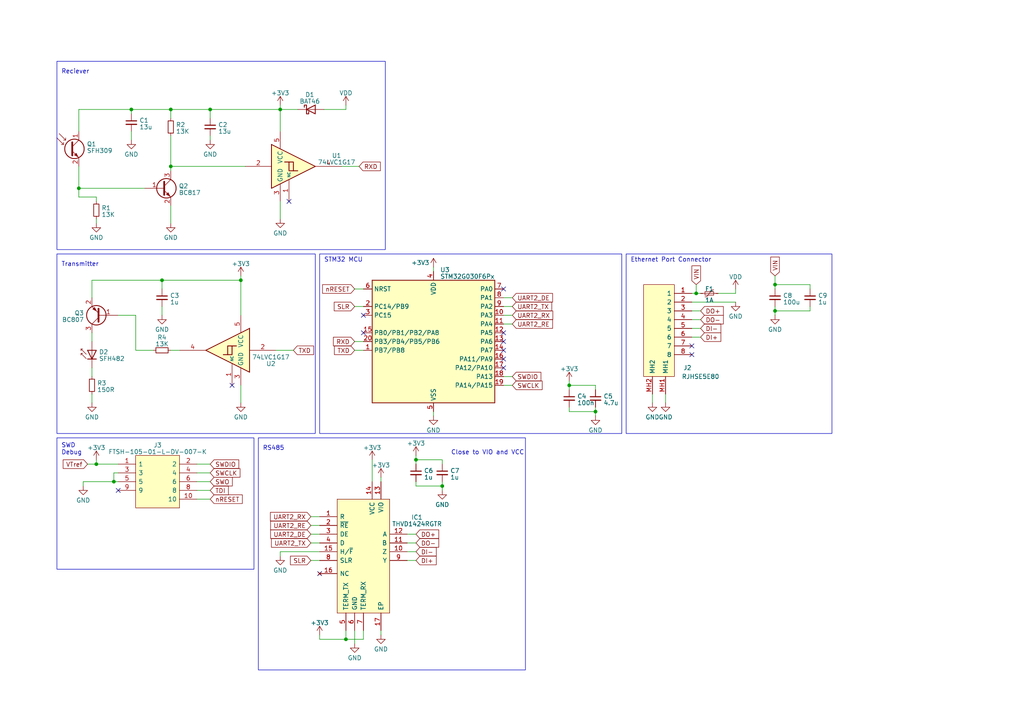
<source format=kicad_sch>
(kicad_sch (version 20230121) (generator eeschema)
  (paper "A4")
  (lib_symbols
    (symbol "74xGxx:74LVC1G17"
      (property "Reference" "U" (at 2.54 7.62 0))
      (property "Value" "74LVC1G17" (at 5.08 -7.62 0))
      (symbol "74LVC1G17_0_1"
        (polyline (pts (xy -2.54 1.27) (xy -1.27 1.27) (xy -1.27 -1.27)) (stroke (width 0.254)) (fill (type background)))
        (polyline (pts (xy -7.62 6.35) (xy -7.62 -6.35) (xy 5.08 0) (xy -7.62 6.35)) (stroke (width 0.254)) (fill (type background)))
        (polyline (pts (xy -3.81 1.27) (xy -2.54 1.27) (xy -2.54 -1.27) (xy 0 -1.27)) (stroke (width 0.254)) (fill (type background)))
      )
      (symbol "74LVC1G17_1_1"
        (pin free line (at -2.54 -10.16 90) (length 6.35) (name "NC") (number "1"))
        (pin input line (at -15.24 0 0) (length 7.62) (name "~") (number "2"))
        (pin power_in line (at -5.08 -10.16 90) (length 5.08) (name "GND") (number "3"))
        (pin output line (at 12.7 0 180) (length 7.62) (name "~") (number "4"))
        (pin power_in line (at -5.08 10.16 270) (length 5.08) (name "VCC") (number "5"))
      )
    )
    (symbol "Device:C_Small" (pin_numbers hide) (pin_names (offset 0.254) hide)
      (property "Reference" "C" (at 0.254 1.778 0))
      (property "Value" "C_Small" (at 0.254 -2.032 0))
      (symbol "C_Small_0_1"
        (polyline (pts (xy -1.524 -0.508) (xy 1.524 -0.508)) (stroke (width 0.3302)))
        (polyline (pts (xy -1.524 0.508) (xy 1.524 0.508)) (stroke (width 0.3048)))
      )
      (symbol "C_Small_1_1"
        (pin passive line (at 0 2.54 270) (length 2.032) (name "~") (number "1"))
        (pin passive line (at 0 -2.54 90) (length 2.032) (name "~") (number "2"))
      )
    )
    (symbol "Device:Polyfuse_Small" (pin_numbers hide) (pin_names (offset 0))
      (property "Reference" "F" (at -1.905 0 90))
      (property "Value" "Polyfuse_Small" (at 1.905 0 90))
      (symbol "Polyfuse_Small_0_1"
        (rectangle (start -0.508 1.27) (end 0.508 -1.27))
        (polyline (pts (xy 0 2.54) (xy 0 -2.54)))
        (polyline (pts (xy -1.016 1.27) (xy -1.016 0.762) (xy 1.016 -0.762) (xy 1.016 -1.27)))
      )
      (symbol "Polyfuse_Small_1_1"
        (pin passive line (at 0 2.54 270) (length 0.635) (name "~") (number "1"))
        (pin passive line (at 0 -2.54 90) (length 0.635) (name "~") (number "2"))
      )
    )
    (symbol "Device:R_Small" (pin_numbers hide) (pin_names (offset 0.254) hide)
      (property "Reference" "R" (at 0.762 0.508 0))
      (property "Value" "R_Small" (at 0.762 -1.016 0))
      (symbol "R_Small_0_1"
        (rectangle (start -0.762 1.778) (end 0.762 -1.778) (stroke (width 0.2032)))
      )
      (symbol "R_Small_1_1"
        (pin passive line (at 0 2.54 270) (length 0.762) (name "~") (number "1"))
        (pin passive line (at 0 -2.54 90) (length 0.762) (name "~") (number "2"))
      )
    )
    (symbol "Diode:BAT46" (pin_numbers hide) (pin_names (offset 1.016) hide)
      (property "Reference" "D" (at 0 2.54 0))
      (property "Value" "BAT46" (at 0 -2.54 0))
      (symbol "BAT46_0_1"
        (polyline (pts (xy 1.27 0) (xy -1.27 0)))
        (polyline (pts (xy 1.27 1.27) (xy 1.27 -1.27) (xy -1.27 0) (xy 1.27 1.27)) (stroke (width 0.254)))
        (polyline (pts (xy -1.905 0.635) (xy -1.905 1.27) (xy -1.27 1.27) (xy -1.27 -1.27) (xy -0.635 -1.27) (xy -0.635 -0.635)) (stroke (width 0.254)))
      )
      (symbol "BAT46_1_1"
        (pin passive line (at -3.81 0 0) (length 2.54) (name "K") (number "1"))
        (pin passive line (at 3.81 0 180) (length 2.54) (name "A") (number "2"))
      )
    )
    (symbol "LED:SFH482" (pin_numbers hide) (pin_names (offset 1.016) hide)
      (property "Reference" "D" (at 0.508 1.778 0))
      (property "Value" "SFH482" (at -1.016 -2.794 0))
      (symbol "SFH482_0_1"
        (polyline (pts (xy -2.54 1.27) (xy -2.54 -1.27)) (stroke (width 0.254)))
        (polyline (pts (xy 0 0) (xy -2.54 0)))
        (polyline (pts (xy 0.381 3.175) (xy -0.127 3.175)))
        (polyline (pts (xy -1.143 1.651) (xy 0.381 3.175) (xy 0.381 2.667)))
        (polyline (pts (xy 0 1.27) (xy 0 -1.27) (xy -2.54 0) (xy 0 1.27)) (stroke (width 0.254)))
        (polyline (pts (xy -2.413 1.651) (xy -0.889 3.175) (xy -0.889 2.667) (xy -0.889 3.175) (xy -1.397 3.175)))
      )
      (symbol "SFH482_1_1"
        (pin passive line (at -5.08 0 0) (length 2.54) (name "K") (number "1"))
        (pin passive line (at 2.54 0 180) (length 2.54) (name "A") (number "2"))
      )
    )
    (symbol "MCU_ST_STM32G0:STM32G030F6Px"
      (property "Reference" "U" (at -17.78 19.05 0))
      (property "Value" "STM32G030F6Px" (at 2.54 19.05 0))
      (symbol "STM32G030F6Px_0_1"
        (rectangle (start -17.78 -17.78) (end 17.78 17.78) (stroke (width 0.254)) (fill (type background)))
      )
      (symbol "STM32G030F6Px_1_1"
        (pin bidirectional line (at -20.32 -2.54 0) (length 2.54) (name "PB7/PB8") (number "1"))
        (pin bidirectional line (at 20.32 7.62 180) (length 2.54) (name "PA3") (number "10"))
        (pin bidirectional line (at 20.32 5.08 180) (length 2.54) (name "PA4") (number "11"))
        (pin bidirectional line (at 20.32 2.54 180) (length 2.54) (name "PA5") (number "12"))
        (pin bidirectional line (at 20.32 0 180) (length 2.54) (name "PA6") (number "13"))
        (pin bidirectional line (at 20.32 -2.54 180) (length 2.54) (name "PA7") (number "14"))
        (pin bidirectional line (at -20.32 2.54 0) (length 2.54) (name "PB0/PB1/PB2/PA8") (number "15"))
        (pin bidirectional line (at 20.32 -5.08 180) (length 2.54) (name "PA11/PA9") (number "16"))
        (pin bidirectional line (at 20.32 -7.62 180) (length 2.54) (name "PA12/PA10") (number "17"))
        (pin bidirectional line (at 20.32 -10.16 180) (length 2.54) (name "PA13") (number "18"))
        (pin bidirectional line (at 20.32 -12.7 180) (length 2.54) (name "PA14/PA15") (number "19"))
        (pin bidirectional line (at -20.32 10.16 0) (length 2.54) (name "PC14/PB9") (number "2"))
        (pin bidirectional line (at -20.32 0 0) (length 2.54) (name "PB3/PB4/PB5/PB6") (number "20"))
        (pin bidirectional line (at -20.32 7.62 0) (length 2.54) (name "PC15") (number "3"))
        (pin power_in line (at 0 20.32 270) (length 2.54) (name "VDD") (number "4"))
        (pin power_in line (at 0 -20.32 90) (length 2.54) (name "VSS") (number "5"))
        (pin input line (at -20.32 15.24 0) (length 2.54) (name "NRST") (number "6"))
        (pin bidirectional line (at 20.32 15.24 180) (length 2.54) (name "PA0") (number "7"))
        (pin bidirectional line (at 20.32 12.7 180) (length 2.54) (name "PA1") (number "8"))
        (pin bidirectional line (at 20.32 10.16 180) (length 2.54) (name "PA2") (number "9"))
      )
    )
    (symbol "SamacSys_Parts:FTSH-105-01-L-DV-007-K" (pin_names (offset 0.762))
      (property "Reference" "J" (at 19.05 7.62 0))
      (property "Value" "FTSH-105-01-L-DV-007-K" (at 19.05 5.08 0))
      (symbol "FTSH-105-01-L-DV-007-K_0_0"
        (pin passive line (at 0 0 0) (length 5.08) (name "1") (number "1"))
        (pin passive line (at 22.86 -10.16 180) (length 5.08) (name "10") (number "10"))
        (pin passive line (at 22.86 0 180) (length 5.08) (name "2") (number "2"))
        (pin passive line (at 0 -2.54 0) (length 5.08) (name "3") (number "3"))
        (pin passive line (at 22.86 -2.54 180) (length 5.08) (name "4") (number "4"))
        (pin passive line (at 0 -5.08 0) (length 5.08) (name "5") (number "5"))
        (pin passive line (at 22.86 -5.08 180) (length 5.08) (name "6") (number "6"))
        (pin passive line (at 22.86 -7.62 180) (length 5.08) (name "8") (number "8"))
        (pin passive line (at 0 -7.62 0) (length 5.08) (name "9") (number "9"))
      )
      (symbol "FTSH-105-01-L-DV-007-K_0_1"
        (polyline (pts (xy 5.08 2.54) (xy 17.78 2.54) (xy 17.78 -12.7) (xy 5.08 -12.7) (xy 5.08 2.54)) (stroke (width 0.1524)) (fill (type background)))
      )
    )
    (symbol "SamacSys_Parts:RJHSE5E80" (pin_names (offset 0.762))
      (property "Reference" "J2" (at 24.13 -5.08 0))
      (property "Value" "RJHSE5E80" (at 27.94 -7.62 0))
      (symbol "RJHSE5E80_0_0"
        (pin passive line (at 25.4 16.51 180) (length 5.08) (name "1") (number "1"))
        (pin passive line (at 25.4 13.97 180) (length 5.08) (name "2") (number "2"))
        (pin passive line (at 25.4 11.43 180) (length 5.08) (name "3") (number "3"))
        (pin passive line (at 25.4 8.89 180) (length 5.08) (name "4") (number "4"))
        (pin passive line (at 25.4 6.35 180) (length 5.08) (name "5") (number "5"))
        (pin passive line (at 25.4 3.81 180) (length 5.08) (name "6") (number "6"))
        (pin passive line (at 25.4 1.27 180) (length 5.08) (name "7") (number "7"))
        (pin passive line (at 25.4 -1.27 180) (length 5.08) (name "8") (number "8"))
        (pin passive line (at 17.78 -12.7 90) (length 5.08) (name "MH1") (number "MH1"))
        (pin passive line (at 13.97 -12.7 90) (length 5.08) (name "MH2") (number "MH2"))
      )
      (symbol "RJHSE5E80_0_1"
        (polyline (pts (xy 11.43 19.05) (xy 20.32 19.05) (xy 20.32 -7.62) (xy 11.43 -7.62) (xy 11.43 19.05)) (stroke (width 0.1524)) (fill (type background)))
      )
    )
    (symbol "SamacSys_Parts:THVD1424RGTR" (pin_names (offset 0.762))
      (property "Reference" "IC" (at 21.59 15.24 0))
      (property "Value" "THVD1424RGTR" (at 21.59 12.7 0))
      (symbol "THVD1424RGTR_0_0"
        (pin passive line (at 0 5.08 0) (length 5.08) (name "R") (number "1"))
        (pin passive line (at 25.4 -5.08 180) (length 5.08) (name "Z") (number "10"))
        (pin passive line (at 25.4 -2.54 180) (length 5.08) (name "B") (number "11"))
        (pin passive line (at 25.4 0 180) (length 5.08) (name "A") (number "12"))
        (pin passive line (at 17.78 15.24 270) (length 5.08) (name "VIO") (number "13"))
        (pin passive line (at 15.24 15.24 270) (length 5.08) (name "VCC") (number "14"))
        (pin passive line (at 0 -5.08 0) (length 5.08) (name "H/~{F}") (number "15"))
        (pin no_connect line (at 0 -11.43 0) (length 5.08) (name "NC") (number "16"))
        (pin passive line (at 17.78 -27.94 90) (length 5.08) (name "EP") (number "17"))
        (pin passive line (at 0 2.54 0) (length 5.08) (name "~{RE}") (number "2"))
        (pin passive line (at 0 0 0) (length 5.08) (name "DE") (number "3"))
        (pin passive line (at 0 -2.54 0) (length 5.08) (name "D") (number "4"))
        (pin passive line (at 7.62 -27.94 90) (length 5.08) (name "TERM_TX") (number "5"))
        (pin passive line (at 10.16 -27.94 90) (length 5.08) (name "GND") (number "6"))
        (pin passive line (at 12.7 -27.94 90) (length 5.08) (name "TERM_RX") (number "7"))
        (pin passive line (at 0 -7.62 0) (length 5.08) (name "SLR") (number "8"))
        (pin passive line (at 25.4 -7.62 180) (length 5.08) (name "Y") (number "9"))
      )
      (symbol "THVD1424RGTR_0_1"
        (polyline (pts (xy 5.08 10.16) (xy 20.32 10.16) (xy 20.32 -22.86) (xy 5.08 -22.86) (xy 5.08 10.16)) (stroke (width 0.1524)) (fill (type background)))
      )
    )
    (symbol "Sensor_Optical:SFH309" (pin_names (offset 0) hide)
      (property "Reference" "Q" (at 5.08 1.27 0))
      (property "Value" "SFH309" (at 5.08 -1.27 0))
      (symbol "SFH309_0_1"
        (polyline (pts (xy -1.905 1.27) (xy -2.54 1.27)))
        (polyline (pts (xy -1.27 2.54) (xy -1.905 2.54)))
        (polyline (pts (xy 0.635 0.635) (xy 2.54 2.54)))
        (polyline (pts (xy -3.81 3.175) (xy -1.905 1.27) (xy -1.905 1.905)))
        (polyline (pts (xy -3.175 4.445) (xy -1.27 2.54) (xy -1.27 3.175)))
        (polyline (pts (xy 0.635 -0.635) (xy 2.54 -2.54) (xy 2.54 -2.54)))
        (polyline (pts (xy 0.635 1.905) (xy 0.635 -1.905) (xy 0.635 -1.905)) (stroke (width 0.508)))
        (polyline (pts (xy 1.27 -1.778) (xy 1.778 -1.27) (xy 2.286 -2.286) (xy 1.27 -1.778) (xy 1.27 -1.778)) (fill (type outline)))
        (circle (center 1.27 0) (radius 2.8194) (stroke (width 0.254)))
      )
      (symbol "SFH309_1_1"
        (pin passive line (at 2.54 5.08 270) (length 2.54) (name "C") (number "1"))
        (pin passive line (at 2.54 -5.08 90) (length 2.54) (name "E") (number "2"))
      )
    )
    (symbol "Transistor_BJT:BC807" (pin_names (offset 0) hide)
      (property "Reference" "Q" (at 5.08 1.905 0))
      (property "Value" "BC807" (at 5.08 0 0))
      (symbol "BC807_0_1"
        (polyline (pts (xy 0.635 0.635) (xy 2.54 2.54)))
        (polyline (pts (xy 0.635 -0.635) (xy 2.54 -2.54) (xy 2.54 -2.54)))
        (polyline (pts (xy 0.635 1.905) (xy 0.635 -1.905) (xy 0.635 -1.905)) (stroke (width 0.508)))
        (polyline (pts (xy 2.286 -1.778) (xy 1.778 -2.286) (xy 1.27 -1.27) (xy 2.286 -1.778) (xy 2.286 -1.778)) (fill (type outline)))
        (circle (center 1.27 0) (radius 2.8194) (stroke (width 0.254)))
      )
      (symbol "BC807_1_1"
        (pin input line (at -5.08 0 0) (length 5.715) (name "B") (number "1"))
        (pin passive line (at 2.54 -5.08 90) (length 2.54) (name "E") (number "2"))
        (pin passive line (at 2.54 5.08 270) (length 2.54) (name "C") (number "3"))
      )
    )
    (symbol "Transistor_BJT:BC817" (pin_names (offset 0) hide)
      (property "Reference" "Q" (at 5.08 1.905 0))
      (property "Value" "BC817" (at 5.08 0 0))
      (symbol "BC817_0_1"
        (polyline (pts (xy 0.635 0.635) (xy 2.54 2.54)))
        (polyline (pts (xy 0.635 -0.635) (xy 2.54 -2.54) (xy 2.54 -2.54)))
        (polyline (pts (xy 0.635 1.905) (xy 0.635 -1.905) (xy 0.635 -1.905)) (stroke (width 0.508)))
        (polyline (pts (xy 1.27 -1.778) (xy 1.778 -1.27) (xy 2.286 -2.286) (xy 1.27 -1.778) (xy 1.27 -1.778)) (fill (type outline)))
        (circle (center 1.27 0) (radius 2.8194) (stroke (width 0.254)))
      )
      (symbol "BC817_1_1"
        (pin input line (at -5.08 0 0) (length 5.715) (name "B") (number "1"))
        (pin passive line (at 2.54 -5.08 90) (length 2.54) (name "E") (number "2"))
        (pin passive line (at 2.54 5.08 270) (length 2.54) (name "C") (number "3"))
      )
    )
    (symbol "power:+3V3" (power) (pin_names (offset 0))
      (property "Value" "+3V3" (at 0 3.556 0))
      (symbol "+3V3_0_1"
        (polyline (pts (xy -0.762 1.27) (xy 0 2.54)))
        (polyline (pts (xy 0 0) (xy 0 2.54)))
        (polyline (pts (xy 0 2.54) (xy 0.762 1.27)))
      )
      (symbol "+3V3_1_1"
        (pin power_in line (at 0 0 90) (length 0) hide (name "+3V3") (number "1"))
      )
    )
    (symbol "power:GND" (power) (pin_names (offset 0))
      (property "Value" "GND" (at 0 -3.81 0))
      (symbol "GND_0_1"
        (polyline (pts (xy 0 0) (xy 0 -1.27) (xy 1.27 -1.27) (xy 0 -2.54) (xy -1.27 -1.27) (xy 0 -1.27)))
      )
      (symbol "GND_1_1"
        (pin power_in line (at 0 0 270) (length 0) hide (name "GND") (number "1"))
      )
    )
    (symbol "power:VDD" (power) (pin_names (offset 0))
      (property "Value" "VDD" (at 0 3.81 0))
      (symbol "VDD_0_1"
        (polyline (pts (xy -0.762 1.27) (xy 0 2.54)))
        (polyline (pts (xy 0 0) (xy 0 2.54)))
        (polyline (pts (xy 0 2.54) (xy 0.762 1.27)))
      )
      (symbol "VDD_1_1"
        (pin power_in line (at 0 0 90) (length 0) hide (name "VDD") (number "1"))
      )
    )
  )
  (junction (at 38.1 31.75))
  (junction (at 49.53 31.75))
  (junction (at 69.85 81.28))
  (junction (at 81.28 31.75))
  (junction (at 201.93 85.09))
  (junction (at 120.65 133.35))
  (junction (at 165.1 111.76))
  (junction (at 27.94 134.62))
  (junction (at 33.02 139.7))
  (junction (at 22.86 54.61))
  (junction (at 60.96 31.75))
  (junction (at 128.27 140.97))
  (junction (at 172.72 119.38))
  (junction (at 224.79 90.17))
  (junction (at 224.79 82.55))
  (junction (at 46.99 81.28))
  (junction (at 100.33 185.42))
  (junction (at 49.53 48.26))
  (no_connect (at 146.05 96.52))
  (no_connect (at 200.66 102.87))
  (no_connect (at 146.05 101.6))
  (no_connect (at 146.05 83.82))
  (no_connect (at 83.82 58.42))
  (no_connect (at 105.41 96.52))
  (no_connect (at 92.71 166.37))
  (no_connect (at 67.31 111.76))
  (no_connect (at 146.05 106.68))
  (no_connect (at 105.41 91.44))
  (no_connect (at 146.05 104.14))
  (no_connect (at 146.05 99.06))
  (no_connect (at 200.66 100.33))
  (no_connect (at 34.29 142.24))
  (wire (pts (xy 92.71 185.42) (xy 92.71 184.15)))
  (wire (pts (xy 200.66 97.79) (xy 203.2 97.79)))
  (wire (pts (xy 57.15 142.24) (xy 60.96 142.24)))
  (wire (pts (xy 57.15 144.78) (xy 60.96 144.78)))
  (wire (pts (xy 128.27 140.97) (xy 120.65 140.97)))
  (wire (pts (xy 224.79 82.55) (xy 224.79 83.82)))
  (wire (pts (xy 201.93 85.09) (xy 203.2 85.09)))
  (wire (pts (xy 27.94 57.15) (xy 22.86 57.15)))
  (wire (pts (xy 38.1 38.1) (xy 38.1 40.64)))
  (wire (pts (xy 118.11 154.94) (xy 120.65 154.94)))
  (wire (pts (xy 90.17 154.94) (xy 92.71 154.94)))
  (wire (pts (xy 34.29 91.44) (xy 39.37 91.44)))
  (wire (pts (xy 81.28 160.02) (xy 92.71 160.02)))
  (wire (pts (xy 224.79 82.55) (xy 234.95 82.55)))
  (wire (pts (xy 146.05 88.9) (xy 148.59 88.9)))
  (wire (pts (xy 110.49 138.43) (xy 110.49 139.7)))
  (wire (pts (xy 33.02 137.16) (xy 33.02 139.7)))
  (wire (pts (xy 46.99 88.9) (xy 46.99 91.44)))
  (wire (pts (xy 57.15 134.62) (xy 60.96 134.62)))
  (wire (pts (xy 234.95 90.17) (xy 234.95 88.9)))
  (wire (pts (xy 81.28 31.75) (xy 86.36 31.75)))
  (wire (pts (xy 80.01 101.6) (xy 85.09 101.6)))
  (wire (pts (xy 57.15 137.16) (xy 60.96 137.16)))
  (wire (pts (xy 128.27 140.97) (xy 128.27 142.24)))
  (wire (pts (xy 146.05 86.36) (xy 148.59 86.36)))
  (wire (pts (xy 172.72 118.11) (xy 172.72 119.38)))
  (wire (pts (xy 27.94 63.5) (xy 27.94 64.77)))
  (wire (pts (xy 49.53 39.37) (xy 49.53 48.26)))
  (wire (pts (xy 49.53 31.75) (xy 60.96 31.75)))
  (wire (pts (xy 49.53 48.26) (xy 71.12 48.26)))
  (wire (pts (xy 49.53 48.26) (xy 49.53 49.53)))
  (wire (pts (xy 39.37 101.6) (xy 44.45 101.6)))
  (wire (pts (xy 118.11 162.56) (xy 120.65 162.56)))
  (wire (pts (xy 128.27 133.35) (xy 128.27 134.62)))
  (wire (pts (xy 34.29 137.16) (xy 33.02 137.16)))
  (wire (pts (xy 102.87 182.88) (xy 102.87 186.69)))
  (wire (pts (xy 165.1 110.49) (xy 165.1 111.76)))
  (wire (pts (xy 146.05 93.98) (xy 148.59 93.98)))
  (wire (pts (xy 200.66 85.09) (xy 201.93 85.09)))
  (wire (pts (xy 213.36 85.09) (xy 208.28 85.09)))
  (wire (pts (xy 60.96 31.75) (xy 60.96 34.29)))
  (wire (pts (xy 49.53 31.75) (xy 38.1 31.75)))
  (wire (pts (xy 33.02 139.7) (xy 34.29 139.7)))
  (wire (pts (xy 69.85 111.76) (xy 69.85 116.84)))
  (wire (pts (xy 81.28 30.48) (xy 81.28 31.75)))
  (wire (pts (xy 165.1 119.38) (xy 165.1 118.11)))
  (wire (pts (xy 118.11 157.48) (xy 120.65 157.48)))
  (wire (pts (xy 69.85 81.28) (xy 69.85 91.44)))
  (wire (pts (xy 99.06 48.26) (xy 104.14 48.26)))
  (wire (pts (xy 120.65 140.97) (xy 120.65 139.7)))
  (wire (pts (xy 200.66 95.25) (xy 203.2 95.25)))
  (wire (pts (xy 172.72 119.38) (xy 165.1 119.38)))
  (wire (pts (xy 146.05 109.22) (xy 148.59 109.22)))
  (wire (pts (xy 125.73 119.38) (xy 125.73 120.65)))
  (wire (pts (xy 81.28 58.42) (xy 81.28 63.5)))
  (wire (pts (xy 38.1 31.75) (xy 38.1 33.02)))
  (wire (pts (xy 165.1 111.76) (xy 165.1 113.03)))
  (wire (pts (xy 81.28 38.1) (xy 81.28 31.75)))
  (wire (pts (xy 27.94 134.62) (xy 34.29 134.62)))
  (wire (pts (xy 146.05 91.44) (xy 148.59 91.44)))
  (wire (pts (xy 26.67 96.52) (xy 26.67 99.06)))
  (wire (pts (xy 100.33 30.48) (xy 100.33 31.75)))
  (wire (pts (xy 90.17 152.4) (xy 92.71 152.4)))
  (wire (pts (xy 81.28 160.02) (xy 81.28 161.29)))
  (wire (pts (xy 90.17 162.56) (xy 92.71 162.56)))
  (wire (pts (xy 49.53 34.29) (xy 49.53 31.75)))
  (wire (pts (xy 224.79 88.9) (xy 224.79 90.17)))
  (wire (pts (xy 102.87 83.82) (xy 105.41 83.82)))
  (wire (pts (xy 110.49 182.88) (xy 110.49 184.15)))
  (wire (pts (xy 26.67 114.3) (xy 26.67 116.84)))
  (wire (pts (xy 120.65 133.35) (xy 128.27 133.35)))
  (wire (pts (xy 172.72 111.76) (xy 172.72 113.03)))
  (wire (pts (xy 27.94 58.42) (xy 27.94 57.15)))
  (wire (pts (xy 22.86 48.26) (xy 22.86 54.61)))
  (wire (pts (xy 25.4 134.62) (xy 27.94 134.62)))
  (wire (pts (xy 107.95 133.35) (xy 107.95 139.7)))
  (wire (pts (xy 24.13 139.7) (xy 33.02 139.7)))
  (wire (pts (xy 81.28 31.75) (xy 60.96 31.75)))
  (wire (pts (xy 27.94 133.35) (xy 27.94 134.62)))
  (wire (pts (xy 120.65 133.35) (xy 120.65 134.62)))
  (wire (pts (xy 90.17 157.48) (xy 92.71 157.48)))
  (wire (pts (xy 100.33 185.42) (xy 92.71 185.42)))
  (wire (pts (xy 49.53 101.6) (xy 52.07 101.6)))
  (wire (pts (xy 125.73 77.47) (xy 125.73 78.74)))
  (wire (pts (xy 22.86 57.15) (xy 22.86 54.61)))
  (wire (pts (xy 128.27 139.7) (xy 128.27 140.97)))
  (wire (pts (xy 118.11 160.02) (xy 120.65 160.02)))
  (wire (pts (xy 102.87 88.9) (xy 105.41 88.9)))
  (wire (pts (xy 120.65 132.08) (xy 120.65 133.35)))
  (wire (pts (xy 26.67 81.28) (xy 46.99 81.28)))
  (wire (pts (xy 46.99 81.28) (xy 69.85 81.28)))
  (wire (pts (xy 69.85 80.01) (xy 69.85 81.28)))
  (wire (pts (xy 224.79 90.17) (xy 224.79 91.44)))
  (wire (pts (xy 102.87 99.06) (xy 105.41 99.06)))
  (wire (pts (xy 100.33 31.75) (xy 93.98 31.75)))
  (wire (pts (xy 24.13 140.97) (xy 24.13 139.7)))
  (wire (pts (xy 165.1 111.76) (xy 172.72 111.76)))
  (wire (pts (xy 57.15 139.7) (xy 60.96 139.7)))
  (wire (pts (xy 100.33 182.88) (xy 100.33 185.42)))
  (wire (pts (xy 172.72 119.38) (xy 172.72 120.65)))
  (wire (pts (xy 102.87 101.6) (xy 105.41 101.6)))
  (wire (pts (xy 200.66 90.17) (xy 203.2 90.17)))
  (wire (pts (xy 105.41 185.42) (xy 100.33 185.42)))
  (wire (pts (xy 22.86 38.1) (xy 22.86 31.75)))
  (wire (pts (xy 189.23 114.3) (xy 189.23 116.84)))
  (wire (pts (xy 193.04 114.3) (xy 193.04 116.84)))
  (wire (pts (xy 224.79 90.17) (xy 234.95 90.17)))
  (wire (pts (xy 146.05 111.76) (xy 148.59 111.76)))
  (wire (pts (xy 224.79 80.01) (xy 224.79 82.55)))
  (wire (pts (xy 200.66 92.71) (xy 203.2 92.71)))
  (wire (pts (xy 60.96 39.37) (xy 60.96 40.64)))
  (wire (pts (xy 213.36 85.09) (xy 213.36 83.82)))
  (wire (pts (xy 46.99 81.28) (xy 46.99 83.82)))
  (wire (pts (xy 26.67 106.68) (xy 26.67 109.22)))
  (wire (pts (xy 201.93 82.55) (xy 201.93 85.09)))
  (wire (pts (xy 49.53 59.69) (xy 49.53 64.77)))
  (wire (pts (xy 26.67 86.36) (xy 26.67 81.28)))
  (wire (pts (xy 234.95 82.55) (xy 234.95 83.82)))
  (wire (pts (xy 22.86 31.75) (xy 38.1 31.75)))
  (wire (pts (xy 105.41 182.88) (xy 105.41 185.42)))
  (wire (pts (xy 22.86 54.61) (xy 41.91 54.61)))
  (wire (pts (xy 200.66 87.63) (xy 213.36 87.63)))
  (wire (pts (xy 90.17 149.86) (xy 92.71 149.86)))
  (wire (pts (xy 39.37 91.44) (xy 39.37 101.6)))
  (rectangle (start 16.51 127) (end 73.66 165.1))
  (rectangle (start 16.51 17.78) (end 111.76 72.39))
  (rectangle (start 16.51 73.66) (end 91.44 125.73))
  (rectangle (start 181.61 73.66) (end 241.3 125.73))
  (rectangle (start 92.71 73.66) (end 180.34 125.73))
  (rectangle (start 74.93 127) (end 152.4 194.31))
  (text "Ethernet Port Connector" (at 182.88 76.2 0) (effects (font (size 1.27 1.27)) (justify left bottom)))
  (text "Close to VIO and VCC" (at 130.81 132.08 0) (effects (font (size 1.27 1.27)) (justify left bottom)))
  (text "SWD\nDebug" (at 17.78 132.08 0) (effects (font (size 1.27 1.27)) (justify left bottom)))
  (text "RS485" (at 76.2 130.81 0) (effects (font (size 1.27 1.27)) (justify left bottom)))
  (text "Reciever" (at 17.78 21.59 0) (effects (font (size 1.27 1.27)) (justify left bottom)))
  (text "Transmitter\n" (at 17.78 77.47 0) (effects (font (size 1.27 1.27)) (justify left bottom)))
  (text "STM32 MCU" (at 93.98 76.2 0) (effects (font (size 1.27 1.27)) (justify left bottom)))
  (global_label "VIN" (shape input) (at 201.93 82.55 90) (property "Intersheetrefs" "${INTERSHEET_REFS}" (effects hide)))
  (global_label "nRESET" (shape input) (at 60.96 144.78 0) (property "Intersheetrefs" "${INTERSHEET_REFS}" (effects hide)))
  (global_label "DI+" (shape input) (at 120.65 162.56 0) (property "Intersheetrefs" "${INTERSHEET_REFS}" (effects hide)))
  (global_label "DI+" (shape input) (at 203.2 97.79 0) (property "Intersheetrefs" "${INTERSHEET_REFS}" (effects hide)))
  (global_label "nRESET" (shape input) (at 102.87 83.82 180) (property "Intersheetrefs" "${INTERSHEET_REFS}" (effects hide)))
  (global_label "VIN" (shape input) (at 224.79 80.01 90) (property "Intersheetrefs" "${INTERSHEET_REFS}" (effects hide)))
  (global_label "DI-" (shape input) (at 203.2 95.25 0) (property "Intersheetrefs" "${INTERSHEET_REFS}" (effects hide)))
  (global_label "RXD" (shape input) (at 102.87 99.06 180) (property "Intersheetrefs" "${INTERSHEET_REFS}" (effects hide)))
  (global_label "VTref" (shape input) (at 25.4 134.62 180) (property "Intersheetrefs" "${INTERSHEET_REFS}" (effects hide)))
  (global_label "UART2_TX" (shape input) (at 90.17 157.48 180) (property "Intersheetrefs" "${INTERSHEET_REFS}" (effects hide)))
  (global_label "TXD" (shape input) (at 85.09 101.6 0) (property "Intersheetrefs" "${INTERSHEET_REFS}" (effects hide)))
  (global_label "SWO" (shape input) (at 60.96 139.7 0) (property "Intersheetrefs" "${INTERSHEET_REFS}" (effects hide)))
  (global_label "TDI" (shape input) (at 60.96 142.24 0) (property "Intersheetrefs" "${INTERSHEET_REFS}" (effects hide)))
  (global_label "UART2_RX" (shape input) (at 148.59 91.44 0) (property "Intersheetrefs" "${INTERSHEET_REFS}" (effects hide)))
  (global_label "RXD" (shape input) (at 104.14 48.26 0) (property "Intersheetrefs" "${INTERSHEET_REFS}" (effects hide)))
  (global_label "SLR" (shape input) (at 102.87 88.9 180) (property "Intersheetrefs" "${INTERSHEET_REFS}" (effects hide)))
  (global_label "UART2_RE" (shape input) (at 90.17 152.4 180) (property "Intersheetrefs" "${INTERSHEET_REFS}" (effects hide)))
  (global_label "UART2_DE" (shape input) (at 148.59 86.36 0) (property "Intersheetrefs" "${INTERSHEET_REFS}" (effects hide)))
  (global_label "DO+" (shape input) (at 120.65 154.94 0) (property "Intersheetrefs" "${INTERSHEET_REFS}" (effects hide)))
  (global_label "UART2_RX" (shape input) (at 90.17 149.86 180) (property "Intersheetrefs" "${INTERSHEET_REFS}" (effects hide)))
  (global_label "DO+" (shape input) (at 203.2 90.17 0) (property "Intersheetrefs" "${INTERSHEET_REFS}" (effects hide)))
  (global_label "DO-" (shape input) (at 203.2 92.71 0) (property "Intersheetrefs" "${INTERSHEET_REFS}" (effects hide)))
  (global_label "DI-" (shape input) (at 120.65 160.02 0) (property "Intersheetrefs" "${INTERSHEET_REFS}" (effects hide)))
  (global_label "SLR" (shape input) (at 90.17 162.56 180) (property "Intersheetrefs" "${INTERSHEET_REFS}" (effects hide)))
  (global_label "DO-" (shape input) (at 120.65 157.48 0) (property "Intersheetrefs" "${INTERSHEET_REFS}" (effects hide)))
  (global_label "UART2_RE" (shape input) (at 148.59 93.98 0) (property "Intersheetrefs" "${INTERSHEET_REFS}" (effects hide)))
  (global_label "UART2_DE" (shape input) (at 90.17 154.94 180) (property "Intersheetrefs" "${INTERSHEET_REFS}" (effects hide)))
  (global_label "SWDIO" (shape input) (at 60.96 134.62 0) (property "Intersheetrefs" "${INTERSHEET_REFS}" (effects hide)))
  (global_label "SWCLK" (shape input) (at 148.59 111.76 0) (property "Intersheetrefs" "${INTERSHEET_REFS}" (effects hide)))
  (global_label "UART2_TX" (shape input) (at 148.59 88.9 0) (property "Intersheetrefs" "${INTERSHEET_REFS}" (effects hide)))
  (global_label "SWCLK" (shape input) (at 60.96 137.16 0) (property "Intersheetrefs" "${INTERSHEET_REFS}" (effects hide)))
  (global_label "SWDIO" (shape input) (at 148.59 109.22 0) (property "Intersheetrefs" "${INTERSHEET_REFS}" (effects hide)))
  (global_label "TXD" (shape input) (at 102.87 101.6 180) (property "Intersheetrefs" "${INTERSHEET_REFS}" (effects hide)))
  (symbol (lib_id "power:+3V3") (at 107.95 133.35 0) (unit 1)
    (property "Reference" "#PWR017" (effects hide))
    (property "Value" "+3V3" (at 107.95 129.8481 0))
  )
  (symbol (lib_id "74xGxx:74LVC1G17") (at 64.77 101.6 0) (mirror y) (unit 1)
    (property "Reference" "U2" (at 78.5756 105.4991 0))
    (property "Value" "74LVC1G17" (at 78.5756 103.5781 0))
    (property "Footprint" "SamacSys_Parts:SOT95P280X145-5N" (effects hide))
    (property "Datasheet" "https://www.ti.com/lit/ds/symlink/sn74lvc1g17.pdf" (effects hide))
  )
  (symbol (lib_id "power:GND") (at 189.23 116.84 0) (unit 1)
    (property "Reference" "#PWR021" (effects hide))
    (property "Value" "GND" (at 189.23 120.9755 0))
  )
  (symbol (lib_id "power:GND") (at 81.28 63.5 0) (unit 1)
    (property "Reference" "#PWR06" (effects hide))
    (property "Value" "GND" (at 81.28 67.6355 0))
  )
  (symbol (lib_id "Sensor_Optical:SFH309") (at 20.32 43.18 0) (unit 1)
    (property "Reference" "Q1" (at 25.1714 41.787 0) (effects (justify left)))
    (property "Value" "SFH309" (at 25.1714 43.708 0) (effects (justify left)))
    (property "Footprint" "SamacSys_Parts:SFH309FA4" (effects hide))
    (property "Datasheet" "http://www.osram-os.com/Graphics/XPic2/00101811_0.pdf/SFH%20309,%20SFH%20309%20FA,%20Lead%20(Pb)%20Free%20Product%20-%20RoHS%20Compliant.pdf" (effects hide))
  )
  (symbol (lib_id "Device:C_Small") (at 128.27 137.16 0) (unit 1)
    (property "Reference" "C7" (at 130.5941 136.5226 0) (effects (justify left)))
    (property "Value" "1u" (at 130.5941 138.4436 0) (effects (justify left)))
    (property "Footprint" "Capacitor_SMD:C_0402_1005Metric" (effects hide))
  )
  (symbol (lib_id "Device:C_Small") (at 234.95 86.36 0) (unit 1)
    (property "Reference" "C9" (at 237.2741 85.7226 0) (effects (justify left)))
    (property "Value" "1u" (at 237.2741 87.6436 0) (effects (justify left)))
    (property "Footprint" "Capacitor_SMD:C_0402_1005Metric" (effects hide))
  )
  (symbol (lib_id "Device:C_Small") (at 224.79 86.36 0) (unit 1)
    (property "Reference" "C8" (at 227.1141 85.7226 0) (effects (justify left)))
    (property "Value" "100u" (at 227.1141 87.6436 0) (effects (justify left)))
    (property "Footprint" "Capacitor_SMD:C_0805_2012Metric_Pad1.18x1.45mm_HandSolder" (effects hide))
  )
  (symbol (lib_id "power:VDD") (at 213.36 83.82 0) (unit 1)
    (property "Reference" "#PWR019" (effects hide))
    (property "Value" "VDD" (at 213.36 80.3181 0))
  )
  (symbol (lib_id "power:GND") (at 224.79 91.44 0) (unit 1)
    (property "Reference" "#PWR031" (effects hide))
    (property "Value" "GND" (at 224.79 95.5755 0))
  )
  (symbol (lib_id "Transistor_BJT:BC817") (at 46.99 54.61 0) (unit 1)
    (property "Reference" "Q2" (at 51.8414 53.9663 0) (effects (justify left)))
    (property "Value" "BC817" (at 51.8414 55.8873 0) (effects (justify left)))
    (property "Footprint" "Package_TO_SOT_SMD:SOT-23" (effects hide))
    (property "Datasheet" "https://www.onsemi.com/pub/Collateral/BC818-D.pdf" (effects hide))
  )
  (symbol (lib_id "Device:R_Small") (at 49.53 36.83 0) (unit 1)
    (property "Reference" "R2" (at 51.0286 36.1863 0) (effects (justify left)))
    (property "Value" "13K" (at 51.0286 38.1073 0) (effects (justify left)))
    (property "Footprint" "Resistor_SMD:R_0402_1005Metric_Pad0.72x0.64mm_HandSolder" (effects hide))
  )
  (symbol (lib_id "power:GND") (at 193.04 116.84 0) (unit 1)
    (property "Reference" "#PWR022" (effects hide))
    (property "Value" "GND" (at 193.04 120.9755 0))
  )
  (symbol (lib_id "SamacSys_Parts:THVD1424RGTR") (at 92.71 154.94 0) (unit 1)
    (property "Reference" "IC1" (at 120.9488 150.0503 0))
    (property "Value" "THVD1424RGTR" (at 120.9488 151.9713 0))
    (property "Footprint" "QFN50P300X300X100-17N-D" (effects hide))
    (property "Datasheet" "https://www.ti.com/lit/ds/symlink/thvd1424.pdf?ts=1680263926066&ref_url=https%253A%252F%252Fwww.ti.com%252Fproduct%252FTHVD1424%252Fpart-details%252FTHVD1424RGTR" (effects hide))
    (property "Description" "RS-485 Interface IC RS-485 transceiver with slew-rate control, integrated switchable termination and duplex switching 16-VQFN -40 to 125" (effects hide))
    (property "Height" "1" (effects hide))
    (property "Mouser Part Number" "595-THVD1424RGTR" (effects hide))
    (property "Mouser Price/Stock" "https://www.mouser.co.uk/ProductDetail/Texas-Instruments/THVD1424RGTR?qs=Y0Uzf4wQF3mE4SAwEC4Vhg%3D%3D" (effects hide))
    (property "Manufacturer_Name" "Texas Instruments" (effects hide))
    (property "Manufacturer_Part_Number" "THVD1424RGTR" (effects hide))
  )
  (symbol (lib_id "LED:SFH482") (at 26.67 101.6 90) (unit 1)
    (property "Reference" "D2" (at 28.702 102.0993 90) (effects (justify right)))
    (property "Value" "SFH482" (at 28.702 104.0203 90) (effects (justify right)))
    (property "Footprint" "Package_TO_SOT_THT:TO-18-2_Window" (effects hide))
    (property "Datasheet" "http://www.osram-os.com/Graphics/XPic2/00182155_0.pdf/SFH%20482%20E7800,%20Lead%20(Pb)%20Free%20Product%20-%20RoHS%20Compliant.pdf" (effects hide))
  )
  (symbol (lib_id "power:GND") (at 46.99 91.44 0) (unit 1)
    (property "Reference" "#PWR08" (effects hide))
    (property "Value" "GND" (at 46.99 95.5755 0))
  )
  (symbol (lib_id "SamacSys_Parts:FTSH-105-01-L-DV-007-K") (at 34.29 134.62 0) (unit 1)
    (property "Reference" "J3" (at 45.72 129.1209 0))
    (property "Value" "FTSH-105-01-L-DV-007-K" (at 45.72 131.0419 0))
    (property "Footprint" "FTSH10501LDV007K" (effects hide))
    (property "Datasheet" "http://suddendocs.samtec.com/prints/ftsh-1xx-xx-xxx-dv-xxx-xxx-mkt.pdf" (effects hide))
    (property "Description" "SAMTEC - FTSH-105-01-L-DV-007-K - CONNECTOR, HEADER, 10POS, 2ROW, 1.27MM" (effects hide))
    (property "Height" "5.56" (effects hide))
    (property "Mouser Part Number" "200-FTSH10501LDV007K" (effects hide))
    (property "Mouser Price/Stock" "https://www.mouser.co.uk/ProductDetail/Samtec/FTSH-105-01-L-DV-007-K?qs=PB6%2FjmICvI2qI8iIYe09LA%3D%3D" (effects hide))
    (property "Manufacturer_Name" "SAMTEC" (effects hide))
    (property "Manufacturer_Part_Number" "FTSH-105-01-L-DV-007-K" (effects hide))
  )
  (symbol (lib_id "Device:C_Small") (at 60.96 36.83 0) (unit 1)
    (property "Reference" "C2" (at 63.2841 36.1926 0) (effects (justify left)))
    (property "Value" "13u" (at 63.2841 38.1136 0) (effects (justify left)))
    (property "Footprint" "Capacitor_SMD:C_0402_1005Metric" (effects hide))
  )
  (symbol (lib_id "power:GND") (at 110.49 184.15 0) (unit 1)
    (property "Reference" "#PWR012" (effects hide))
    (property "Value" "GND" (at 110.49 188.2855 0))
  )
  (symbol (lib_id "power:+3V3") (at 81.28 30.48 0) (unit 1)
    (property "Reference" "#PWR05" (effects hide))
    (property "Value" "+3V3" (at 81.28 26.9781 0))
  )
  (symbol (lib_id "Device:C_Small") (at 38.1 35.56 0) (unit 1)
    (property "Reference" "C1" (at 40.4241 34.9226 0) (effects (justify left)))
    (property "Value" "13u" (at 40.4241 36.8436 0) (effects (justify left)))
    (property "Footprint" "Capacitor_SMD:C_0402_1005Metric" (effects hide))
  )
  (symbol (lib_id "power:GND") (at 27.94 64.77 0) (unit 1)
    (property "Reference" "#PWR01" (effects hide))
    (property "Value" "GND" (at 27.94 68.9055 0))
  )
  (symbol (lib_id "power:VDD") (at 100.33 30.48 0) (unit 1)
    (property "Reference" "#PWR018" (effects hide))
    (property "Value" "VDD" (at 100.33 26.9781 0))
  )
  (symbol (lib_id "power:+3V3") (at 92.71 184.15 0) (unit 1)
    (property "Reference" "#PWR030" (effects hide))
    (property "Value" "+3V3" (at 92.71 180.6481 0))
  )
  (symbol (lib_id "Diode:BAT46") (at 90.17 31.75 0) (unit 1)
    (property "Reference" "D1" (at 89.8525 27.4701 0))
    (property "Value" "BAT46" (at 89.8525 29.3911 0))
    (property "Footprint" "Diode_SMD:D_SOD-123F" (effects hide))
    (property "Datasheet" "http://www.vishay.com/docs/85662/bat46.pdf" (effects hide))
  )
  (symbol (lib_id "power:GND") (at 81.28 161.29 0) (unit 1)
    (property "Reference" "#PWR015" (effects hide))
    (property "Value" "GND" (at 81.28 165.4255 0))
  )
  (symbol (lib_id "power:+3V3") (at 69.85 80.01 0) (unit 1)
    (property "Reference" "#PWR09" (effects hide))
    (property "Value" "+3V3" (at 69.85 76.5081 0))
  )
  (symbol (lib_id "power:GND") (at 102.87 186.69 0) (unit 1)
    (property "Reference" "#PWR014" (effects hide))
    (property "Value" "GND" (at 102.87 190.8255 0))
  )
  (symbol (lib_id "power:+3V3") (at 110.49 138.43 0) (unit 1)
    (property "Reference" "#PWR016" (effects hide))
    (property "Value" "+3V3" (at 110.49 134.9281 0))
  )
  (symbol (lib_id "Device:R_Small") (at 27.94 60.96 0) (unit 1)
    (property "Reference" "R1" (at 29.4386 60.3163 0) (effects (justify left)))
    (property "Value" "13K" (at 29.4386 62.2373 0) (effects (justify left)))
    (property "Footprint" "Resistor_SMD:R_0402_1005Metric_Pad0.72x0.64mm_HandSolder" (effects hide))
  )
  (symbol (lib_id "power:+3V3") (at 27.94 133.35 0) (unit 1)
    (property "Reference" "#PWR013" (effects hide))
    (property "Value" "+3V3" (at 27.94 129.8481 0))
  )
  (symbol (lib_id "Device:R_Small") (at 46.99 101.6 90) (unit 1)
    (property "Reference" "R4" (at 46.99 97.8535 90))
    (property "Value" "13K" (at 46.99 99.7745 90))
    (property "Footprint" "Resistor_SMD:R_0402_1005Metric_Pad0.72x0.64mm_HandSolder" (effects hide))
  )
  (symbol (lib_id "MCU_ST_STM32G0:STM32G030F6Px") (at 125.73 99.06 0) (unit 1)
    (property "Reference" "U3" (at 127.6859 78.2701 0) (effects (justify left)))
    (property "Value" "STM32G030F6Px" (at 127.6859 80.1911 0) (effects (justify left)))
    (property "Footprint" "Package_SO:TSSOP-20_4.4x6.5mm_P0.65mm" (effects hide))
    (property "Datasheet" "https://www.st.com/resource/en/datasheet/stm32g030f6.pdf" (effects hide))
  )
  (symbol (lib_id "Device:C_Small") (at 46.99 86.36 0) (unit 1)
    (property "Reference" "C3" (at 49.3141 85.7226 0) (effects (justify left)))
    (property "Value" "1u" (at 49.3141 87.6436 0) (effects (justify left)))
    (property "Footprint" "Capacitor_SMD:C_0402_1005Metric" (effects hide))
  )
  (symbol (lib_id "power:GND") (at 38.1 40.64 0) (unit 1)
    (property "Reference" "#PWR02" (effects hide))
    (property "Value" "GND" (at 38.1 44.7755 0))
  )
  (symbol (lib_id "Device:C_Small") (at 172.72 115.57 0) (unit 1)
    (property "Reference" "C5" (at 175.0441 114.9326 0) (effects (justify left)))
    (property "Value" "4.7u" (at 175.0441 116.8536 0) (effects (justify left)))
    (property "Footprint" "Capacitor_SMD:C_0402_1005Metric" (effects hide))
  )
  (symbol (lib_id "power:GND") (at 26.67 116.84 0) (unit 1)
    (property "Reference" "#PWR011" (effects hide))
    (property "Value" "GND" (at 26.67 120.9755 0))
  )
  (symbol (lib_id "power:GND") (at 60.96 40.64 0) (unit 1)
    (property "Reference" "#PWR03" (effects hide))
    (property "Value" "GND" (at 60.96 44.7755 0))
  )
  (symbol (lib_id "Device:C_Small") (at 120.65 137.16 0) (unit 1)
    (property "Reference" "C6" (at 122.9741 136.5226 0) (effects (justify left)))
    (property "Value" "1u" (at 122.9741 138.4436 0) (effects (justify left)))
    (property "Footprint" "Capacitor_SMD:C_0402_1005Metric" (effects hide))
  )
  (symbol (lib_id "power:GND") (at 69.85 116.84 0) (unit 1)
    (property "Reference" "#PWR010" (effects hide))
    (property "Value" "GND" (at 69.85 120.9755 0))
  )
  (symbol (lib_id "power:GND") (at 128.27 142.24 0) (unit 1)
    (property "Reference" "#PWR028" (effects hide))
    (property "Value" "GND" (at 128.27 146.3755 0))
  )
  (symbol (lib_id "Transistor_BJT:BC807") (at 29.21 91.44 180) (unit 1)
    (property "Reference" "Q3" (at 24.3587 90.7963 0) (effects (justify left)))
    (property "Value" "BC807" (at 24.3587 92.7173 0) (effects (justify left)))
    (property "Footprint" "Package_TO_SOT_SMD:SOT-23-3" (effects hide))
    (property "Datasheet" "https://www.onsemi.com/pub/Collateral/BC808-D.pdf" (effects hide))
  )
  (symbol (lib_id "74xGxx:74LVC1G17") (at 86.36 48.26 0) (unit 1)
    (property "Reference" "U1" (at 97.6256 45.1231 0))
    (property "Value" "74LVC1G17" (at 97.6256 47.0441 0))
    (property "Footprint" "SamacSys_Parts:SOT95P280X145-5N" (effects hide))
    (property "Datasheet" "https://www.ti.com/lit/ds/symlink/sn74lvc1g17.pdf" (effects hide))
  )
  (symbol (lib_id "power:GND") (at 213.36 87.63 0) (unit 1)
    (property "Reference" "#PWR023" (effects hide))
    (property "Value" "GND" (at 213.36 91.7655 0))
  )
  (symbol (lib_id "Device:R_Small") (at 26.67 111.76 0) (unit 1)
    (property "Reference" "R3" (at 28.1686 111.1163 0) (effects (justify left)))
    (property "Value" "150R" (at 28.1686 113.0373 0) (effects (justify left)))
    (property "Footprint" "Resistor_SMD:R_0402_1005Metric_Pad0.72x0.64mm_HandSolder" (effects hide))
  )
  (symbol (lib_id "power:GND") (at 49.53 64.77 0) (unit 1)
    (property "Reference" "#PWR04" (effects hide))
    (property "Value" "GND" (at 49.53 68.9055 0))
  )
  (symbol (lib_id "power:+3V3") (at 125.73 77.47 0) (unit 1)
    (property "Reference" "#PWR07" (effects hide))
    (property "Value" "+3V3" (at 121.92 76.2 0))
  )
  (symbol (lib_id "power:GND") (at 24.13 140.97 0) (unit 1)
    (property "Reference" "#PWR026" (effects hide))
    (property "Value" "GND" (at 24.13 145.1055 0))
  )
  (symbol (lib_id "Device:C_Small") (at 165.1 115.57 0) (unit 1)
    (property "Reference" "C4" (at 167.4241 114.9326 0) (effects (justify left)))
    (property "Value" "100n" (at 167.4241 116.8536 0) (effects (justify left)))
    (property "Footprint" "Capacitor_SMD:C_0402_1005Metric" (effects hide))
  )
  (symbol (lib_id "Device:Polyfuse_Small") (at 205.74 85.09 270) (unit 1)
    (property "Reference" "F1" (at 205.74 83.82 90))
    (property "Value" "1A" (at 205.74 87.0679 90))
    (property "Footprint" "Fuse:Fuse_0805_2012Metric_Pad1.15x1.40mm_HandSolder" (effects hide))
  )
  (symbol (lib_id "power:GND") (at 172.72 120.65 0) (unit 1)
    (property "Reference" "#PWR025" (effects hide))
    (property "Value" "GND" (at 172.72 124.7855 0))
  )
  (symbol (lib_id "SamacSys_Parts:RJHSE5E80") (at 175.26 101.6 0) (unit 1)
    (property "Reference" "J2" (at 199.39 106.68 0))
    (property "Value" "RJHSE5E80" (at 203.2 109.22 0))
    (property "Footprint" "RJHSE5E80" (effects hide))
    (property "Datasheet" "https://cdn.amphenol-cs.com/media/wysiwyg/files/drawing/rjhsexe80.pdf" (effects hide))
    (property "Description" "Modular Jack - Right Angle, Input Output Connectors 8P8C, Right Angle, With shield, without LEDs.." (effects hide))
    (property "Height" "13.968" (effects hide))
    (property "Mouser Part Number" "523-RJHSE5E80" (effects hide))
    (property "Mouser Price/Stock" "https://www.mouser.co.uk/ProductDetail/Amphenol-Commercial-Products/RJHSE5E80?qs=goa96q%2FeYzsv52R7EjwpmA%3D%3D" (effects hide))
    (property "Manufacturer_Name" "Amphenol Communications Solutions" (effects hide))
    (property "Manufacturer_Part_Number" "RJHSE5E80" (effects hide))
  )
  (symbol (lib_id "power:GND") (at 125.73 120.65 0) (unit 1)
    (property "Reference" "#PWR020" (effects hide))
    (property "Value" "GND" (at 125.73 124.7855 0))
  )
  (symbol (lib_id "power:+3V3") (at 165.1 110.49 0) (unit 1)
    (property "Reference" "#PWR024" (effects hide))
    (property "Value" "+3V3" (at 165.1 106.9881 0))
  )
  (symbol (lib_id "power:+3V3") (at 120.65 132.08 0) (unit 1)
    (property "Reference" "#PWR027" (effects hide))
    (property "Value" "+3V3" (at 120.65 128.5781 0))
  )
)
</source>
